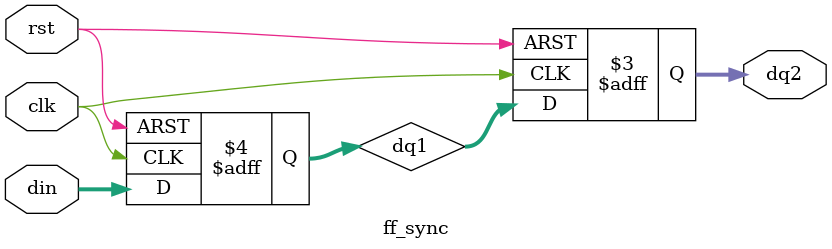
<source format=sv>
module ff_sync #(parameter SIZE = 4)( 
    output logic [SIZE-1:0] dq2,   // Output of the second flip-flop
    input logic [SIZE-1:0] din,       // Input data
    input logic clk, rst            // Clock and reset
    );

    logic [SIZE -1 :0] dq1; // Output of the first flip-flop

    always @(posedge clk or negedge rst) begin
        if (!rst) begin
           	dq2<=0;
		dq1<=0;       // Reset the FIFO
		end
        else begin 
 		{dq2, dq1} <= {dq1, din};
            	//dq1 <= din;
		//dq2 <= dq1;  // Shift the data
		end	   
 	end 

endmodule


</source>
